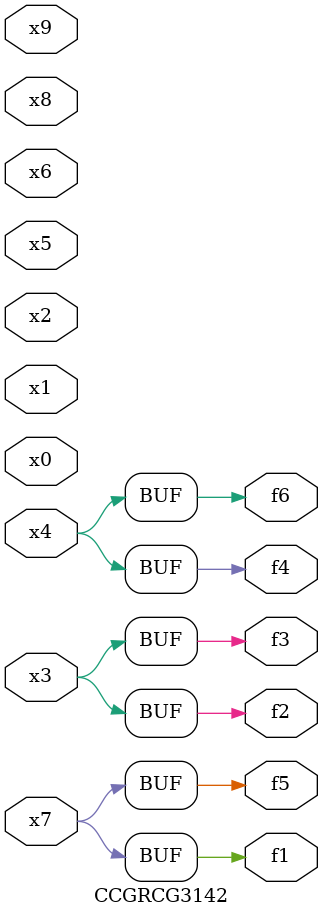
<source format=v>
module CCGRCG3142(
	input x0, x1, x2, x3, x4, x5, x6, x7, x8, x9,
	output f1, f2, f3, f4, f5, f6
);
	assign f1 = x7;
	assign f2 = x3;
	assign f3 = x3;
	assign f4 = x4;
	assign f5 = x7;
	assign f6 = x4;
endmodule

</source>
